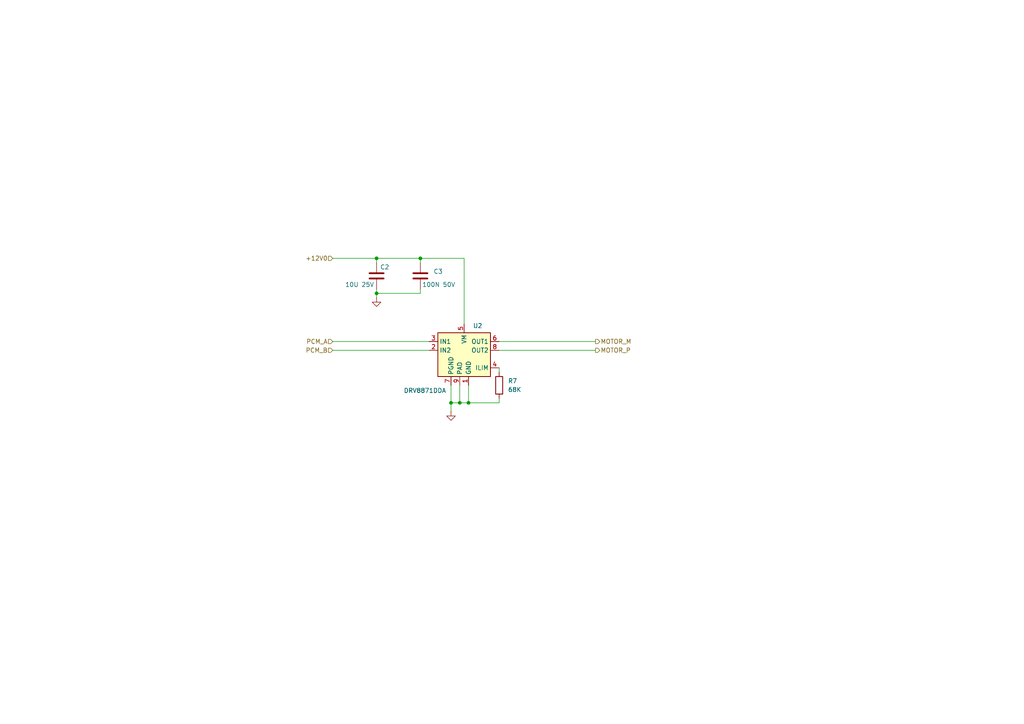
<source format=kicad_sch>
(kicad_sch (version 20250114) (generator "eeschema") (generator_version "9.0")
  (paper "A4")
  (title_block (title "Loco Decoder") (rev "1A") (company "AVED"))
  (lib_symbols
    (symbol "loco_decoder_lib:C" (pin_numbers (hide yes)) (pin_names (offset 0.254))
      (property "Reference" "C" (at 0.635 2.54 0))
      (property "Value" "C" (at 0.635 -2.54 0))
      (symbol "C_0_1"
        (polyline (pts (xy -2.032 0.762) (xy 2.032 0.762)) (stroke (width 0.508)))
        (polyline (pts (xy -2.032 -0.762) (xy 2.032 -0.762)) (stroke (width 0.508)))
      )
      (symbol "C_1_1"
        (pin passive line (at 0 3.81 270) (length 2.794) (name "~") (number "1"))
        (pin passive line (at 0 -3.81 90) (length 2.794) (name "~") (number "2"))
      )
    )
    (symbol "loco_decoder_lib:DRV8871DDA"
      (property "Reference" "U2" (at 2.54 7.112 0))
      (property "Value" "DRV8871DDA" (at -18.542 -9.398 0))
      (symbol "DRV8871DDA_0_1"
        (rectangle (start -7.62 5.08) (end 7.62 -7.62) (stroke (width 0.254)) (fill (type background)))
      )
      (symbol "DRV8871DDA_1_1"
        (pin input line (at -10.16 2.54 0) (length 2.54) (name "IN1") (number "3"))
        (pin input line (at -10.16 0 0) (length 2.54) (name "IN2") (number "2"))
        (pin passive line (at -3.81 -10.16 90) (length 2.54) (name "PGND") (number "7"))
        (pin passive line (at -1.27 -10.16 90) (length 2.54) (name "PAD") (number "9"))
        (pin power_in line (at 0 7.62 270) (length 2.54) (name "VM") (number "5"))
        (pin passive line (at 1.27 -10.16 90) (length 2.54) (name "GND") (number "1"))
        (pin power_out line (at 10.16 2.54 180) (length 2.54) (name "OUT1") (number "6"))
        (pin power_out line (at 10.16 0 180) (length 2.54) (name "OUT2") (number "8"))
        (pin passive line (at 10.16 -5.08 180) (length 2.54) (name "ILIM") (number "4"))
      )
    )
    (symbol "loco_decoder_lib:GND" (power) (pin_numbers (hide yes)) (pin_names (offset 0) (hide yes))
      (property "Value" "GND" (at 0 -3.81 0))
      (symbol "GND_0_1"
        (polyline (pts (xy 0 0) (xy 0 -1.27) (xy 1.27 -1.27) (xy 0 -2.54) (xy -1.27 -1.27) (xy 0 -1.27)))
      )
      (symbol "GND_1_1"
        (pin power_in line (at 0 0 270) (length 0) (name "~") (number "1"))
      )
    )
    (symbol "loco_decoder_lib:R" (pin_numbers (hide yes)) (pin_names (offset 0))
      (property "Reference" "R" (at 2.032 0 90))
      (property "Value" "R" (at 0 0 90))
      (symbol "R_0_1"
        (rectangle (start -1.016 -2.54) (end 1.016 2.54) (stroke (width 0.254)))
      )
      (symbol "R_1_1"
        (pin passive line (at 0 3.81 270) (length 1.27) (name "~") (number "1"))
        (pin passive line (at 0 -3.81 90) (length 1.27) (name "~") (number "2"))
      )
    )
  )
  (junction (at 135.89 116.84))
  (junction (at 130.81 116.84))
  (junction (at 109.22 74.93))
  (junction (at 133.35 116.84))
  (junction (at 109.22 85.09))
  (junction (at 121.92 74.93))
  (wire (pts (xy 121.92 74.93) (xy 134.62 74.93)))
  (wire (pts (xy 96.52 74.93) (xy 109.22 74.93)))
  (wire (pts (xy 134.62 74.93) (xy 134.62 93.98)))
  (wire (pts (xy 133.35 116.84) (xy 130.81 116.84)))
  (wire (pts (xy 133.35 111.76) (xy 133.35 116.84)))
  (wire (pts (xy 121.92 74.93) (xy 121.92 76.2)))
  (wire (pts (xy 109.22 74.93) (xy 109.22 76.2)))
  (wire (pts (xy 109.22 74.93) (xy 121.92 74.93)))
  (wire (pts (xy 109.22 85.09) (xy 109.22 86.36)))
  (wire (pts (xy 121.92 83.82) (xy 121.92 85.09)))
  (wire (pts (xy 144.78 99.06) (xy 172.72 99.06)))
  (wire (pts (xy 109.22 85.09) (xy 121.92 85.09)))
  (wire (pts (xy 144.78 116.84) (xy 144.78 115.57)))
  (wire (pts (xy 109.22 83.82) (xy 109.22 85.09)))
  (wire (pts (xy 144.78 106.68) (xy 144.78 107.95)))
  (wire (pts (xy 124.46 99.06) (xy 96.52 99.06)))
  (wire (pts (xy 135.89 116.84) (xy 133.35 116.84)))
  (wire (pts (xy 144.78 101.6) (xy 172.72 101.6)))
  (wire (pts (xy 96.52 101.6) (xy 124.46 101.6)))
  (wire (pts (xy 130.81 116.84) (xy 130.81 119.38)))
  (wire (pts (xy 130.81 111.76) (xy 130.81 116.84)))
  (wire (pts (xy 135.89 111.76) (xy 135.89 116.84)))
  (wire (pts (xy 135.89 116.84) (xy 144.78 116.84)))
  (hierarchical_label "PCM_A" (shape input) (at 96.52 99.06 180))
  (hierarchical_label "MOTOR_P" (shape output) (at 172.72 101.6 0))
  (hierarchical_label "+12V0" (shape input) (at 96.52 74.93 180))
  (hierarchical_label "MOTOR_M" (shape output) (at 172.72 99.06 0))
  (hierarchical_label "PCM_B" (shape input) (at 96.52 101.6 180))
  (symbol (lib_id "loco_decoder_lib:C") (at 109.22 80.01 0) (unit 1)
    (property "Reference" "C2" (at 110.236 77.47 0) (effects (justify left)))
    (property "Value" "10U 25V" (at 100.076 82.55 0) (effects (justify left)))
    (property "Footprint" "loco decoder v0.2:C_1206_3216Metric" (effects (hide yes)))
    (property "Description" "Unpolarized capacitor" (effects (hide yes)))
  )
  (symbol (lib_id "loco_decoder_lib:R") (at 144.78 111.76 0) (unit 1)
    (property "Reference" "R7" (at 147.32 110.4899 0) (effects (justify left)))
    (property "Value" "68K" (at 147.32 113.0299 0) (effects (justify left)))
    (property "Footprint" "loco decoder v0.2:R_0805_2012Metric" (effects (hide yes)))
    (property "Description" "Resistor" (effects (hide yes)))
  )
  (symbol (lib_id "loco_decoder_lib:C") (at 121.92 80.01 0) (unit 1)
    (property "Reference" "C3" (at 125.73 78.7399 0) (effects (justify left)))
    (property "Value" "100N 50V" (at 122.428 82.55 0) (effects (justify left)))
    (property "Footprint" "loco decoder v0.2:C_0805_2012Metric" (effects (hide yes)))
    (property "Description" "Unpolarized capacitor" (effects (hide yes)))
  )
  (symbol (lib_id "loco_decoder_lib:GND") (at 130.81 119.38 0) (unit 1)
    (property "Reference" "#PWR010" (effects (hide yes)))
    (property "Value" "GND" (effects (hide yes)))
    (property "Description" "Power symbol creates a global label with name \"GND\" , ground" (effects (hide yes)))
  )
  (symbol (lib_id "loco_decoder_lib:DRV8871DDA") (at 134.62 101.6 0) (unit 1)
    (property "Reference" "U2" (at 137.16 94.488 0) (effects (justify left)))
    (property "Value" "DRV8871DDA" (at 117.094 113.284 0) (effects (justify left)))
    (property "Footprint" "loco decoder v0.2:Texas_HTSOP-8-1EP_3.9x4.9mm_P1.27mm_EP2.95x4.9mm_Mask2.4x3.1mm_ThermalVias" (effects (hide yes)))
    (property "Datasheet" "http://www.ti.com/lit/ds/symlink/drv8871.pdf" (effects (hide yes)))
    (property "Description" "Brushed DC Motor Driver, PWM Control, 45V, 3.6A, Current limiting, HTSOP-8" (effects (hide yes)))
  )
  (symbol (lib_id "loco_decoder_lib:GND") (at 109.22 86.36 0) (unit 1)
    (property "Reference" "#PWR09" (effects (hide yes)))
    (property "Value" "GND" (effects (hide yes)))
    (property "Description" "Power symbol creates a global label with name \"GND\" , ground" (effects (hide yes)))
  )
)
</source>
